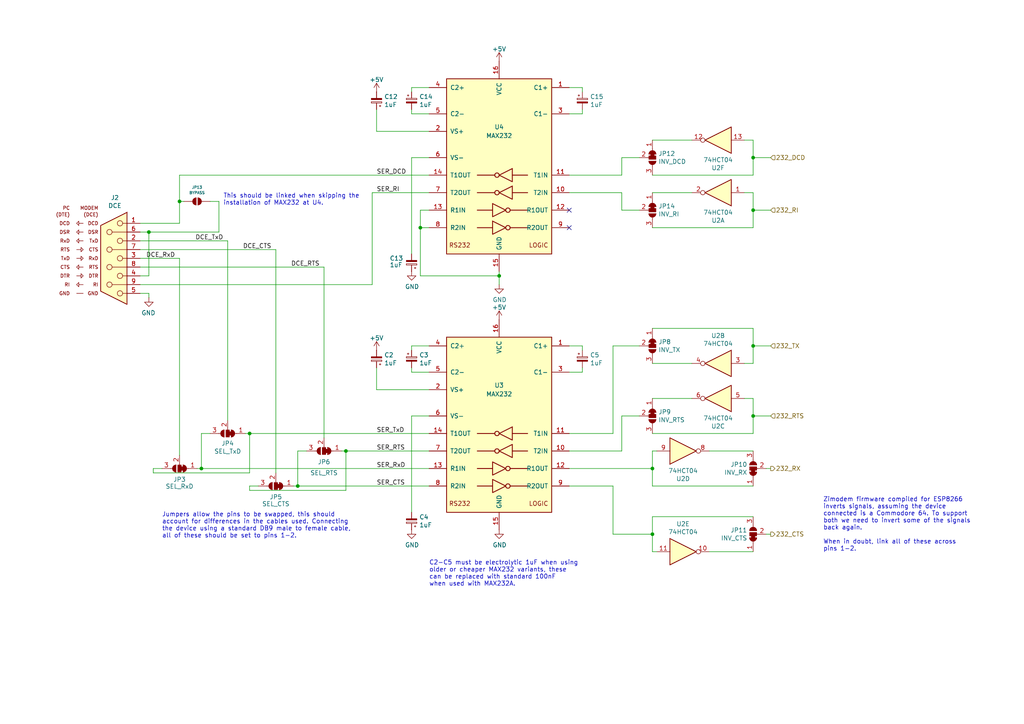
<source format=kicad_sch>
(kicad_sch (version 20231120) (generator "eeschema") (generator_version "8.0")
  (paper "A4")
  (title_block (title "BulkyModem Module (RS-232)") (rev "A"))
  (lib_symbols
    (symbol "74xx:74HCT04"
      (property "Reference" "U" (at 0 1.27 0))
      (property "Value" "74HCT04" (at 0 -1.27 0))
      (symbol "74HCT04_1_0"
        (polyline (pts (xy -3.81 3.81) (xy -3.81 -3.81) (xy 3.81 0) (xy -3.81 3.81)) (stroke (width 0.254)) (fill (type background)))
        (pin input line (at -7.62 0 0) (length 3.81) (name "~") (number "1"))
        (pin output inverted (at 7.62 0 180) (length 3.81) (name "~") (number "2"))
      )
      (symbol "74HCT04_2_0"
        (polyline (pts (xy -3.81 3.81) (xy -3.81 -3.81) (xy 3.81 0) (xy -3.81 3.81)) (stroke (width 0.254)) (fill (type background)))
        (pin input line (at -7.62 0 0) (length 3.81) (name "~") (number "3"))
        (pin output inverted (at 7.62 0 180) (length 3.81) (name "~") (number "4"))
      )
      (symbol "74HCT04_3_0"
        (polyline (pts (xy -3.81 3.81) (xy -3.81 -3.81) (xy 3.81 0) (xy -3.81 3.81)) (stroke (width 0.254)) (fill (type background)))
        (pin input line (at -7.62 0 0) (length 3.81) (name "~") (number "5"))
        (pin output inverted (at 7.62 0 180) (length 3.81) (name "~") (number "6"))
      )
      (symbol "74HCT04_4_0"
        (polyline (pts (xy -3.81 3.81) (xy -3.81 -3.81) (xy 3.81 0) (xy -3.81 3.81)) (stroke (width 0.254)) (fill (type background)))
        (pin output inverted (at 7.62 0 180) (length 3.81) (name "~") (number "8"))
        (pin input line (at -7.62 0 0) (length 3.81) (name "~") (number "9"))
      )
      (symbol "74HCT04_5_0"
        (polyline (pts (xy -3.81 3.81) (xy -3.81 -3.81) (xy 3.81 0) (xy -3.81 3.81)) (stroke (width 0.254)) (fill (type background)))
        (pin output inverted (at 7.62 0 180) (length 3.81) (name "~") (number "10"))
        (pin input line (at -7.62 0 0) (length 3.81) (name "~") (number "11"))
      )
      (symbol "74HCT04_6_0"
        (polyline (pts (xy -3.81 3.81) (xy -3.81 -3.81) (xy 3.81 0) (xy -3.81 3.81)) (stroke (width 0.254)) (fill (type background)))
        (pin output inverted (at 7.62 0 180) (length 3.81) (name "~") (number "12"))
        (pin input line (at -7.62 0 0) (length 3.81) (name "~") (number "13"))
      )
      (symbol "74HCT04_7_0"
        (pin power_in line (at 0 12.7 270) (length 5.08) (name "VCC") (number "14"))
        (pin power_in line (at 0 -12.7 90) (length 5.08) (name "GND") (number "7"))
      )
      (symbol "74HCT04_7_1"
        (rectangle (start -5.08 7.62) (end 5.08 -7.62) (stroke (width 0.254)) (fill (type background)))
      )
    )
    (symbol "BulkyModem:Swap_Input" (pin_names (offset 0) hide)
      (property "Reference" "JP" (at -2.54 -2.54 0))
      (property "Value" "Swap_Input" (at 0 2.794 0))
      (symbol "Swap_Input_0_1"
        (rectangle (start -1.016 0.508) (end -0.508 -0.508) (fill (type outline)))
        (arc (start -1.016 1.016) (mid -2.032 0) (end -1.016 -1.016))
        (arc (start -1.016 1.016) (mid -2.032 0) (end -1.016 -1.016) (fill (type outline)))
        (rectangle (start -0.508 1.016) (end 0.508 -1.016) (fill (type outline)))
        (polyline (pts (xy -2.54 0) (xy -2.032 0)))
        (polyline (pts (xy -1.016 1.016) (xy -1.016 -1.016)))
        (polyline (pts (xy 0 -1.27) (xy 0 -1.016)))
        (polyline (pts (xy 1.016 1.016) (xy 1.016 -1.016)))
        (polyline (pts (xy 2.54 0) (xy 2.032 0)))
        (arc (start 1.016 -1.016) (mid 2.032 0) (end 1.016 1.016))
        (arc (start 1.016 -1.016) (mid 2.032 0) (end 1.016 1.016) (fill (type outline)))
      )
      (symbol "Swap_Input_1_1"
        (pin output line (at -5.08 0 0) (length 2.54) (name "A") (number "1"))
        (pin input line (at 0 -3.81 90) (length 2.54) (name "C") (number "2"))
        (pin passive line (at 5.08 0 180) (length 2.54) (name "B") (number "3"))
      )
    )
    (symbol "BulkyModem:Swap_Output" (pin_names (offset 0) hide)
      (property "Reference" "JP" (at -2.54 -2.54 0))
      (property "Value" "Swap_Output" (at 0 2.794 0))
      (symbol "Swap_Output_0_1"
        (rectangle (start -1.016 0.508) (end -0.508 -0.508) (fill (type outline)))
        (arc (start -1.016 1.016) (mid -2.032 0) (end -1.016 -1.016))
        (arc (start -1.016 1.016) (mid -2.032 0) (end -1.016 -1.016) (fill (type outline)))
        (rectangle (start -0.508 1.016) (end 0.508 -1.016) (fill (type outline)))
        (polyline (pts (xy -2.54 0) (xy -2.032 0)))
        (polyline (pts (xy -1.016 1.016) (xy -1.016 -1.016)))
        (polyline (pts (xy 0 -1.27) (xy 0 -1.016)))
        (polyline (pts (xy 1.016 1.016) (xy 1.016 -1.016)))
        (polyline (pts (xy 2.54 0) (xy 2.032 0)))
        (arc (start 1.016 -1.016) (mid 2.032 0) (end 1.016 1.016))
        (arc (start 1.016 -1.016) (mid 2.032 0) (end 1.016 1.016) (fill (type outline)))
      )
      (symbol "Swap_Output_1_1"
        (pin input line (at -5.08 0 0) (length 2.54) (name "A") (number "1"))
        (pin output line (at 0 -3.81 90) (length 2.54) (name "C") (number "2"))
        (pin passive line (at 5.08 0 180) (length 2.54) (name "B") (number "3"))
      )
    )
    (symbol "Device:C_Polarized_Small" (pin_numbers hide) (pin_names (offset 0.254) hide)
      (property "Reference" "C" (at 0.254 1.778 0))
      (property "Value" "C_Polarized_Small" (at 0.254 -2.032 0))
      (symbol "C_Polarized_Small_0_1"
        (rectangle (start -1.524 -0.3048) (end 1.524 -0.6858) (fill (type outline)))
        (rectangle (start -1.524 0.6858) (end 1.524 0.3048))
        (polyline (pts (xy -1.27 1.524) (xy -0.762 1.524)))
        (polyline (pts (xy -1.016 1.27) (xy -1.016 1.778)))
      )
      (symbol "C_Polarized_Small_1_1"
        (pin passive line (at 0 2.54 270) (length 1.8542) (name "~") (number "1"))
        (pin passive line (at 0 -2.54 90) (length 1.8542) (name "~") (number "2"))
      )
    )
    (symbol "Interface_UART:MAX232" (pin_names (offset 1.016))
      (property "Reference" "U" (at -2.54 28.575 0))
      (property "Value" "MAX232" (at -2.54 26.67 0))
      (symbol "MAX232_0_0"
        (text "LOGIC" (at -11.43 -22.86 0) (effects (font (size 1.27 1.27))))
        (text "RS232" (at 11.43 -22.86 0) (effects (font (size 1.27 1.27))))
      )
      (symbol "MAX232_0_1"
        (rectangle (start -15.24 -25.4) (end 15.24 25.4) (stroke (width 0.254)) (fill (type background)))
        (circle (center -2.54 -17.78) (radius 0.635) (stroke (width 0.254)))
        (circle (center -2.54 -12.7) (radius 0.635) (stroke (width 0.254)))
        (polyline (pts (xy -3.81 -7.62) (xy -8.255 -7.62)) (stroke (width 0.254)))
        (polyline (pts (xy -3.81 -2.54) (xy -8.255 -2.54)) (stroke (width 0.254)))
        (polyline (pts (xy -3.175 -17.78) (xy -8.255 -17.78)) (stroke (width 0.254)))
        (polyline (pts (xy -3.175 -12.7) (xy -8.255 -12.7)) (stroke (width 0.254)))
        (polyline (pts (xy 1.27 -7.62) (xy 6.35 -7.62)) (stroke (width 0.254)))
        (polyline (pts (xy 1.27 -2.54) (xy 6.35 -2.54)) (stroke (width 0.254)))
        (polyline (pts (xy 1.905 -17.78) (xy 6.35 -17.78)) (stroke (width 0.254)))
        (polyline (pts (xy 1.905 -12.7) (xy 6.35 -12.7)) (stroke (width 0.254)))
        (polyline (pts (xy -3.81 -5.715) (xy -3.81 -9.525) (xy 0 -7.62) (xy -3.81 -5.715)) (stroke (width 0.254)))
        (polyline (pts (xy -3.81 -0.635) (xy -3.81 -4.445) (xy 0 -2.54) (xy -3.81 -0.635)) (stroke (width 0.254)))
        (polyline (pts (xy 1.905 -15.875) (xy 1.905 -19.685) (xy -1.905 -17.78) (xy 1.905 -15.875)) (stroke (width 0.254)))
        (polyline (pts (xy 1.905 -10.795) (xy 1.905 -14.605) (xy -1.905 -12.7) (xy 1.905 -10.795)) (stroke (width 0.254)))
        (circle (center 0.635 -7.62) (radius 0.635) (stroke (width 0.254)))
        (circle (center 0.635 -2.54) (radius 0.635) (stroke (width 0.254)))
      )
      (symbol "MAX232_1_1"
        (pin passive line (at -20.32 22.86 0) (length 5.08) (name "C1+") (number "1"))
        (pin input line (at -20.32 -7.62 0) (length 5.08) (name "T2IN") (number "10"))
        (pin input line (at -20.32 -2.54 0) (length 5.08) (name "T1IN") (number "11"))
        (pin output line (at -20.32 -12.7 0) (length 5.08) (name "R1OUT") (number "12"))
        (pin input line (at 20.32 -12.7 180) (length 5.08) (name "R1IN") (number "13"))
        (pin output line (at 20.32 -2.54 180) (length 5.08) (name "T1OUT") (number "14"))
        (pin power_in line (at 0 -30.48 90) (length 5.08) (name "GND") (number "15"))
        (pin power_in line (at 0 30.48 270) (length 5.08) (name "VCC") (number "16"))
        (pin power_out line (at 20.32 10.16 180) (length 5.08) (name "VS+") (number "2"))
        (pin passive line (at -20.32 15.24 0) (length 5.08) (name "C1-") (number "3"))
        (pin passive line (at 20.32 22.86 180) (length 5.08) (name "C2+") (number "4"))
        (pin passive line (at 20.32 15.24 180) (length 5.08) (name "C2-") (number "5"))
        (pin power_out line (at 20.32 2.54 180) (length 5.08) (name "VS-") (number "6"))
        (pin output line (at 20.32 -7.62 180) (length 5.08) (name "T2OUT") (number "7"))
        (pin input line (at 20.32 -17.78 180) (length 5.08) (name "R2IN") (number "8"))
        (pin output line (at -20.32 -17.78 0) (length 5.08) (name "R2OUT") (number "9"))
      )
    )
    (symbol "Jumper:SolderJumper_2_Open" (pin_numbers hide) (pin_names (offset 0) hide) (exclude_from_sim yes) (in_bom no)
      (property "Reference" "JP" (at 0 2.032 0))
      (property "Value" "SolderJumper_2_Open" (at 0 -2.54 0))
      (symbol "SolderJumper_2_Open_0_1"
        (arc (start -0.254 1.016) (mid -1.2656 0) (end -0.254 -1.016))
        (arc (start -0.254 1.016) (mid -1.2656 0) (end -0.254 -1.016) (fill (type outline)))
        (polyline (pts (xy -0.254 1.016) (xy -0.254 -1.016)))
        (polyline (pts (xy 0.254 1.016) (xy 0.254 -1.016)))
        (arc (start 0.254 -1.016) (mid 1.2656 0) (end 0.254 1.016))
        (arc (start 0.254 -1.016) (mid 1.2656 0) (end 0.254 1.016) (fill (type outline)))
      )
      (symbol "SolderJumper_2_Open_1_1"
        (pin passive line (at -3.81 0 0) (length 2.54) (name "A") (number "1"))
        (pin passive line (at 3.81 0 180) (length 2.54) (name "B") (number "2"))
      )
    )
    (symbol "power:+5V" (power) (pin_numbers hide) (pin_names (offset 0) hide)
      (property "Value" "+5V" (at 0 3.556 0))
      (symbol "+5V_0_1"
        (polyline (pts (xy -0.762 1.27) (xy 0 2.54)))
        (polyline (pts (xy 0 0) (xy 0 2.54)))
        (polyline (pts (xy 0 2.54) (xy 0.762 1.27)))
      )
      (symbol "+5V_1_1"
        (pin power_in line (at 0 0 90) (length 0) (name "~") (number "1"))
      )
    )
    (symbol "power:GND" (power) (pin_numbers hide) (pin_names (offset 0) hide)
      (property "Value" "GND" (at 0 -3.81 0))
      (symbol "GND_0_1"
        (polyline (pts (xy 0 0) (xy 0 -1.27) (xy 1.27 -1.27) (xy 0 -2.54) (xy -1.27 -1.27) (xy 0 -1.27)))
      )
      (symbol "GND_1_1"
        (pin power_in line (at 0 0 270) (length 0) (name "~") (number "1"))
      )
    )
    (symbol "rs232_port:RS232_DCE" (pin_names (offset 1.016) hide)
      (property "Reference" "J" (at 0 13.97 0))
      (property "Value" "RS232_DCE" (at 0 -14.605 0))
      (symbol "RS232_DCE_0_0"
        (text "DSR" (at 4.445 7.62 0) (effects (font (size 0.9906 0.9906)) (justify left)))
      )
      (symbol "RS232_DCE_0_1"
        (circle (center -1.778 -10.16) (radius 0.762))
        (circle (center -1.778 -5.08) (radius 0.762))
        (circle (center -1.778 0) (radius 0.762))
        (circle (center -1.778 5.08) (radius 0.762))
        (circle (center -1.778 10.16) (radius 0.762))
        (polyline (pts (xy -3.81 -10.16) (xy -2.54 -10.16)))
        (polyline (pts (xy -3.81 -7.62) (xy 0.508 -7.62)))
        (polyline (pts (xy -3.81 -5.08) (xy -2.54 -5.08)))
        (polyline (pts (xy -3.81 -2.54) (xy 0.508 -2.54)))
        (polyline (pts (xy -3.81 0) (xy -2.54 0)))
        (polyline (pts (xy -3.81 2.54) (xy 0.508 2.54)))
        (polyline (pts (xy -3.81 5.08) (xy -2.54 5.08)))
        (polyline (pts (xy -3.81 7.62) (xy 0.508 7.62)))
        (polyline (pts (xy -3.81 10.16) (xy -2.54 10.16)))
        (polyline (pts (xy -3.81 13.335) (xy -3.81 -13.335) (xy 3.81 -9.525) (xy 3.81 9.525) (xy -3.81 13.335)) (stroke (width 0.254)) (fill (type background)))
        (circle (center 1.27 -7.62) (radius 0.762))
        (circle (center 1.27 -2.54) (radius 0.762))
        (circle (center 1.27 2.54) (radius 0.762))
        (circle (center 1.27 7.62) (radius 0.762))
      )
      (symbol "RS232_DCE_1_1"
        (polyline (pts (xy 8.89 -10.16) (xy 10.795 -10.16)))
        (polyline (pts (xy 9.525 -5.08) (xy 10.795 -5.08)))
        (polyline (pts (xy 9.525 0) (xy 10.795 0)))
        (polyline (pts (xy 9.525 2.54) (xy 10.795 2.54)))
        (polyline (pts (xy 10.16 -7.62) (xy 8.89 -7.62)))
        (polyline (pts (xy 10.16 -2.54) (xy 8.89 -2.54)))
        (polyline (pts (xy 10.16 5.08) (xy 8.89 5.08)))
        (polyline (pts (xy 10.16 7.62) (xy 8.89 7.62)))
        (polyline (pts (xy 10.16 10.16) (xy 8.89 10.16)))
        (polyline (pts (xy 8.89 -5.08) (xy 9.525 -5.715) (xy 9.525 -4.445) (xy 8.89 -5.08)))
        (polyline (pts (xy 8.89 0) (xy 9.525 -0.635) (xy 9.525 0.635) (xy 8.89 0)))
        (polyline (pts (xy 8.89 2.54) (xy 9.525 1.905) (xy 9.525 3.175) (xy 8.89 2.54)))
        (polyline (pts (xy 10.795 -7.62) (xy 10.16 -6.985) (xy 10.16 -8.255) (xy 10.795 -7.62)))
        (polyline (pts (xy 10.795 -2.54) (xy 10.16 -1.905) (xy 10.16 -3.175) (xy 10.795 -2.54)))
        (polyline (pts (xy 10.795 5.08) (xy 10.16 5.715) (xy 10.16 4.445) (xy 10.795 5.08)))
        (polyline (pts (xy 10.795 7.62) (xy 10.16 8.255) (xy 10.16 6.985) (xy 10.795 7.62)))
        (polyline (pts (xy 10.795 10.16) (xy 10.16 10.795) (xy 10.16 9.525) (xy 10.795 10.16)))
        (text "(DCE)" (at 4.445 12.7 0) (effects (font (size 0.9906 0.9906)) (justify left)))
        (text "(DTE)" (at 12.7 12.7 0) (effects (font (size 0.9906 0.9906)) (justify left)))
        (text "CTS" (at 4.445 2.54 0) (effects (font (size 0.9906 0.9906)) (justify left)))
        (text "CTS" (at 12.7 -2.54 0) (effects (font (size 0.9906 0.9906)) (justify left)))
        (text "DCD" (at 4.445 10.16 0) (effects (font (size 0.9906 0.9906)) (justify left)))
        (text "DCD" (at 12.7 10.16 0) (effects (font (size 0.9906 0.9906)) (justify left)))
        (text "DSR" (at 12.7 7.62 0) (effects (font (size 0.9906 0.9906)) (justify left)))
        (text "DTR" (at 4.445 -5.08 0) (effects (font (size 0.9906 0.9906)) (justify left)))
        (text "DTR" (at 12.7 -5.08 0) (effects (font (size 0.9906 0.9906)) (justify left)))
        (text "GND" (at 4.445 -10.16 0) (effects (font (size 0.9906 0.9906)) (justify left)))
        (text "GND" (at 12.7 -10.16 0) (effects (font (size 0.9906 0.9906)) (justify left)))
        (text "MODEM" (at 4.445 14.605 0) (effects (font (size 0.9906 0.9906)) (justify left)))
        (text "PC" (at 12.7 14.605 0) (effects (font (size 0.9906 0.9906)) (justify left)))
        (text "RI" (at 4.445 -7.62 0) (effects (font (size 0.9906 0.9906)) (justify left)))
        (text "RI" (at 12.7 -7.62 0) (effects (font (size 0.9906 0.9906)) (justify left)))
        (text "RTS" (at 4.445 -2.54 0) (effects (font (size 0.9906 0.9906)) (justify left)))
        (text "RTS" (at 12.7 2.54 0) (effects (font (size 0.9906 0.9906)) (justify left)))
        (text "RxD" (at 4.445 0 0) (effects (font (size 0.9906 0.9906)) (justify left)))
        (text "RxD" (at 12.7 5.08 0) (effects (font (size 0.9906 0.9906)) (justify left)))
        (text "TxD" (at 4.445 5.08 0) (effects (font (size 0.9906 0.9906)) (justify left)))
        (text "TxD" (at 12.7 0 0) (effects (font (size 0.9906 0.9906)) (justify left)))
        (pin input line (at -7.62 10.16 0) (length 3.81) (name "1") (number "1"))
        (pin input line (at -7.62 5.08 0) (length 3.81) (name "2") (number "2"))
        (pin output line (at -7.62 0 0) (length 3.81) (name "3") (number "3"))
        (pin output line (at -7.62 -5.08 0) (length 3.81) (name "4") (number "4"))
        (pin passive line (at -7.62 -10.16 0) (length 3.81) (name "5") (number "5"))
        (pin input line (at -7.62 7.62 0) (length 3.81) (name "6") (number "6"))
        (pin output line (at -7.62 2.54 0) (length 3.81) (name "7") (number "7"))
        (pin input line (at -7.62 -2.54 0) (length 3.81) (name "8") (number "8"))
        (pin input line (at -7.62 -7.62 0) (length 3.81) (name "9") (number "9"))
      )
    )
    (symbol "solder_select:SolderJumper_3_Bridged12" (pin_names (offset 0) hide)
      (property "Reference" "JP" (at -2.54 -2.54 0))
      (property "Value" "SolderJumper_3_Bridged12" (at 0 2.794 0))
      (symbol "SolderJumper_3_Bridged12_0_1"
        (rectangle (start -1.016 0.508) (end -0.508 -0.508) (fill (type outline)))
        (arc (start -1.016 1.016) (mid -2.032 0) (end -1.016 -1.016))
        (arc (start -1.016 1.016) (mid -2.032 0) (end -1.016 -1.016) (fill (type outline)))
        (rectangle (start -0.508 1.016) (end 0.508 -1.016) (fill (type outline)))
        (polyline (pts (xy -2.54 0) (xy -2.032 0)))
        (polyline (pts (xy -1.016 1.016) (xy -1.016 -1.016)))
        (polyline (pts (xy 0 -1.27) (xy 0 -1.016)))
        (polyline (pts (xy 1.016 1.016) (xy 1.016 -1.016)))
        (polyline (pts (xy 2.54 0) (xy 2.032 0)))
        (arc (start 1.016 -1.016) (mid 2.032 0) (end 1.016 1.016))
        (arc (start 1.016 -1.016) (mid 2.032 0) (end 1.016 1.016) (fill (type outline)))
      )
      (symbol "SolderJumper_3_Bridged12_1_1"
        (pin input line (at -5.08 0 0) (length 2.54) (name "A") (number "1"))
        (pin output line (at 0 -3.81 90) (length 2.54) (name "C") (number "2"))
        (pin input line (at 5.08 0 180) (length 2.54) (name "B") (number "3"))
      )
    )
  )
  (junction (at 144.78 80.01))
  (junction (at 43.18 67.31))
  (junction (at 189.23 135.89))
  (junction (at 72.39 125.73))
  (junction (at 121.92 66.04))
  (junction (at 86.36 140.97))
  (junction (at 100.33 130.81))
  (junction (at 52.07 58.42))
  (junction (at 218.44 120.65))
  (junction (at 218.44 60.96))
  (junction (at 218.44 100.33))
  (junction (at 189.23 154.94))
  (junction (at 218.44 45.72))
  (junction (at 58.42 135.89))
  (no_connect (at 165.1 60.96))
  (no_connect (at 165.1 66.04))
  (wire (pts (xy 119.38 100.33) (xy 124.46 100.33)))
  (wire (pts (xy 40.64 77.47) (xy 93.98 77.47)))
  (wire (pts (xy 189.23 95.25) (xy 218.44 95.25)))
  (wire (pts (xy 165.1 125.73) (xy 177.8 125.73)))
  (wire (pts (xy 109.22 113.03) (xy 124.46 113.03)))
  (wire (pts (xy 63.5 67.31) (xy 63.5 58.42)))
  (wire (pts (xy 52.07 74.93) (xy 52.07 132.08)))
  (wire (pts (xy 168.91 106.68) (xy 168.91 107.95)))
  (wire (pts (xy 40.64 82.55) (xy 107.95 82.55)))
  (wire (pts (xy 180.34 45.72) (xy 185.42 45.72)))
  (wire (pts (xy 218.44 149.86) (xy 189.23 149.86)))
  (wire (pts (xy 218.44 45.72) (xy 223.52 45.72)))
  (wire (pts (xy 189.23 40.64) (xy 200.66 40.64)))
  (wire (pts (xy 107.95 55.88) (xy 124.46 55.88)))
  (wire (pts (xy 43.18 85.09) (xy 43.18 86.36)))
  (wire (pts (xy 190.5 130.81) (xy 189.23 130.81)))
  (wire (pts (xy 58.42 135.89) (xy 124.46 135.89)))
  (wire (pts (xy 189.23 105.41) (xy 200.66 105.41)))
  (wire (pts (xy 189.23 55.88) (xy 200.66 55.88)))
  (wire (pts (xy 144.78 80.01) (xy 121.92 80.01)))
  (wire (pts (xy 189.23 160.02) (xy 189.23 154.94)))
  (wire (pts (xy 119.38 120.65) (xy 124.46 120.65)))
  (wire (pts (xy 119.38 33.02) (xy 124.46 33.02)))
  (wire (pts (xy 218.44 120.65) (xy 218.44 125.73)))
  (wire (pts (xy 185.42 60.96) (xy 180.34 60.96)))
  (wire (pts (xy 86.36 140.97) (xy 124.46 140.97)))
  (wire (pts (xy 189.23 140.97) (xy 218.44 140.97)))
  (wire (pts (xy 40.64 80.01) (xy 43.18 80.01)))
  (wire (pts (xy 218.44 60.96) (xy 218.44 55.88)))
  (wire (pts (xy 109.22 106.68) (xy 109.22 113.03)))
  (wire (pts (xy 57.15 135.89) (xy 58.42 135.89)))
  (wire (pts (xy 144.78 82.55) (xy 144.78 80.01)))
  (wire (pts (xy 119.38 25.4) (xy 119.38 26.67)))
  (wire (pts (xy 189.23 160.02) (xy 190.5 160.02)))
  (wire (pts (xy 72.39 140.97) (xy 72.39 142.24)))
  (wire (pts (xy 71.12 125.73) (xy 72.39 125.73)))
  (wire (pts (xy 119.38 31.75) (xy 119.38 33.02)))
  (wire (pts (xy 180.34 55.88) (xy 180.34 60.96)))
  (wire (pts (xy 72.39 125.73) (xy 124.46 125.73)))
  (wire (pts (xy 177.8 100.33) (xy 177.8 125.73)))
  (wire (pts (xy 218.44 55.88) (xy 215.9 55.88)))
  (wire (pts (xy 121.92 66.04) (xy 121.92 60.96)))
  (wire (pts (xy 72.39 142.24) (xy 100.33 142.24)))
  (wire (pts (xy 44.45 137.16) (xy 44.45 135.89)))
  (wire (pts (xy 40.64 74.93) (xy 52.07 74.93)))
  (wire (pts (xy 52.07 64.77) (xy 52.07 58.42)))
  (wire (pts (xy 218.44 45.72) (xy 218.44 40.64)))
  (wire (pts (xy 99.06 130.81) (xy 100.33 130.81)))
  (wire (pts (xy 43.18 67.31) (xy 63.5 67.31)))
  (wire (pts (xy 218.44 160.02) (xy 205.74 160.02)))
  (wire (pts (xy 52.07 58.42) (xy 52.07 50.8)))
  (wire (pts (xy 43.18 67.31) (xy 40.64 67.31)))
  (wire (pts (xy 180.34 50.8) (xy 180.34 45.72)))
  (wire (pts (xy 218.44 50.8) (xy 218.44 45.72)))
  (wire (pts (xy 43.18 80.01) (xy 43.18 67.31)))
  (wire (pts (xy 218.44 115.57) (xy 218.44 120.65)))
  (wire (pts (xy 189.23 140.97) (xy 189.23 135.89)))
  (wire (pts (xy 180.34 120.65) (xy 185.42 120.65)))
  (wire (pts (xy 52.07 50.8) (xy 124.46 50.8)))
  (wire (pts (xy 189.23 115.57) (xy 200.66 115.57)))
  (wire (pts (xy 119.38 25.4) (xy 124.46 25.4)))
  (wire (pts (xy 86.36 130.81) (xy 86.36 140.97)))
  (wire (pts (xy 72.39 125.73) (xy 72.39 137.16)))
  (wire (pts (xy 58.42 125.73) (xy 60.96 125.73)))
  (wire (pts (xy 40.64 72.39) (xy 80.01 72.39)))
  (wire (pts (xy 218.44 66.04) (xy 218.44 60.96)))
  (wire (pts (xy 119.38 106.68) (xy 119.38 107.95)))
  (wire (pts (xy 168.91 25.4) (xy 165.1 25.4)))
  (wire (pts (xy 218.44 60.96) (xy 223.52 60.96)))
  (wire (pts (xy 218.44 100.33) (xy 223.52 100.33)))
  (wire (pts (xy 177.8 154.94) (xy 189.23 154.94)))
  (wire (pts (xy 218.44 95.25) (xy 218.44 100.33)))
  (wire (pts (xy 72.39 140.97) (xy 74.93 140.97)))
  (wire (pts (xy 165.1 55.88) (xy 180.34 55.88)))
  (wire (pts (xy 189.23 50.8) (xy 218.44 50.8)))
  (wire (pts (xy 85.09 140.97) (xy 86.36 140.97)))
  (wire (pts (xy 58.42 125.73) (xy 58.42 135.89)))
  (wire (pts (xy 144.78 78.74) (xy 144.78 80.01)))
  (wire (pts (xy 180.34 120.65) (xy 180.34 130.81)))
  (wire (pts (xy 168.91 25.4) (xy 168.91 26.67)))
  (wire (pts (xy 218.44 120.65) (xy 223.52 120.65)))
  (wire (pts (xy 44.45 137.16) (xy 72.39 137.16)))
  (wire (pts (xy 177.8 140.97) (xy 177.8 154.94)))
  (wire (pts (xy 223.52 154.94) (xy 222.25 154.94)))
  (wire (pts (xy 121.92 66.04) (xy 124.46 66.04)))
  (wire (pts (xy 40.64 64.77) (xy 52.07 64.77)))
  (wire (pts (xy 189.23 135.89) (xy 189.23 130.81)))
  (wire (pts (xy 168.91 100.33) (xy 168.91 101.6)))
  (wire (pts (xy 119.38 120.65) (xy 119.38 148.59)))
  (wire (pts (xy 53.34 58.42) (xy 52.07 58.42)))
  (wire (pts (xy 168.91 100.33) (xy 165.1 100.33)))
  (wire (pts (xy 218.44 100.33) (xy 218.44 105.41)))
  (wire (pts (xy 189.23 66.04) (xy 218.44 66.04)))
  (wire (pts (xy 63.5 58.42) (xy 60.96 58.42)))
  (wire (pts (xy 119.38 45.72) (xy 124.46 45.72)))
  (wire (pts (xy 44.45 135.89) (xy 46.99 135.89)))
  (wire (pts (xy 100.33 142.24) (xy 100.33 130.81)))
  (wire (pts (xy 88.9 130.81) (xy 86.36 130.81)))
  (wire (pts (xy 168.91 33.02) (xy 165.1 33.02)))
  (wire (pts (xy 119.38 100.33) (xy 119.38 101.6)))
  (wire (pts (xy 40.64 85.09) (xy 43.18 85.09)))
  (wire (pts (xy 40.64 69.85) (xy 66.04 69.85)))
  (wire (pts (xy 109.22 38.1) (xy 124.46 38.1)))
  (wire (pts (xy 165.1 50.8) (xy 180.34 50.8)))
  (wire (pts (xy 165.1 130.81) (xy 180.34 130.81)))
  (wire (pts (xy 100.33 130.81) (xy 124.46 130.81)))
  (wire (pts (xy 107.95 82.55) (xy 107.95 55.88)))
  (wire (pts (xy 165.1 140.97) (xy 177.8 140.97)))
  (wire (pts (xy 189.23 125.73) (xy 218.44 125.73)))
  (wire (pts (xy 168.91 31.75) (xy 168.91 33.02)))
  (wire (pts (xy 121.92 80.01) (xy 121.92 66.04)))
  (wire (pts (xy 80.01 72.39) (xy 80.01 137.16)))
  (wire (pts (xy 66.04 121.92) (xy 66.04 69.85)))
  (wire (pts (xy 165.1 135.89) (xy 189.23 135.89)))
  (wire (pts (xy 168.91 107.95) (xy 165.1 107.95)))
  (wire (pts (xy 218.44 130.81) (xy 205.74 130.81)))
  (wire (pts (xy 185.42 100.33) (xy 177.8 100.33)))
  (wire (pts (xy 119.38 107.95) (xy 124.46 107.95)))
  (wire (pts (xy 109.22 31.75) (xy 109.22 38.1)))
  (wire (pts (xy 218.44 40.64) (xy 215.9 40.64)))
  (wire (pts (xy 218.44 115.57) (xy 215.9 115.57)))
  (wire (pts (xy 215.9 105.41) (xy 218.44 105.41)))
  (wire (pts (xy 93.98 77.47) (xy 93.98 127)))
  (wire (pts (xy 189.23 154.94) (xy 189.23 149.86)))
  (wire (pts (xy 223.52 135.89) (xy 222.25 135.89)))
  (wire (pts (xy 119.38 45.72) (xy 119.38 73.66)))
  (wire (pts (xy 121.92 60.96) (xy 124.46 60.96)))
  (text "C2-C5 must be electrolytic 1uF when using\nolder or cheaper MAX232 variants, these\ncan be replaced with standard 100nF\nwhen used with MAX232A." (at 124.46 170.18 0) (effects (font (size 1.27 1.27)) (justify left bottom)))
  (text "Jumpers allow the pins to be swapped, this should\naccount for differences in the cables used. Connecting\nthe device using a standard DB9 male to female cable,\nall of these should be set to pins 1-2." (at 46.99 156.21 0) (effects (font (size 1.27 1.27)) (justify left bottom)))
  (text "Zimodem firmware compiled for ESP8266\ninverts signals, assuming the device\nconnected is a Commodore 64. To support\nboth we need to invert some of the signals\nback again.\n\nWhen in doubt, link all of these across\npins 1-2." (at 238.76 160.02 0) (effects (font (size 1.27 1.27)) (justify left bottom)))
  (text "This should be linked when skipping the\ninstallation of MAX232 at U4." (at 64.77 59.69 0) (effects (font (size 1.27 1.27)) (justify left bottom)))
  (label "SER_RxD" (at 109.22 135.89 0))
  (label "DCE_CTS" (at 78.74 72.39 180))
  (label "DCE_TxD" (at 64.77 69.85 180))
  (label "SER_DCD" (at 109.22 50.8 0))
  (label "SER_CTS" (at 109.22 140.97 0))
  (label "SER_RTS" (at 109.22 130.81 0))
  (label "DCE_RTS" (at 92.71 77.47 180))
  (label "SER_RI" (at 109.22 55.88 0))
  (label "SER_TxD" (at 109.22 125.73 0))
  (label "DCE_RxD" (at 50.8 74.93 180))
  (hierarchical_label "232_RTS" (shape input) (at 223.52 120.65 0))
  (hierarchical_label "232_DCD" (shape input) (at 223.52 45.72 0))
  (hierarchical_label "232_CTS" (shape output) (at 223.52 154.94 0))
  (hierarchical_label "232_RI" (shape input) (at 223.52 60.96 0))
  (hierarchical_label "232_RX" (shape output) (at 223.52 135.89 0))
  (hierarchical_label "232_TX" (shape input) (at 223.52 100.33 0))
  (symbol (lib_id "74xx:74HCT04") (at 208.28 40.64 180) (unit 6)
    (property "Reference" "U2" (at 208.28 48.6918 0))
    (property "Value" "74HCT04" (at 208.28 46.3804 0))
    (property "Footprint" "Package_DIP:DIP-14_W7.62mm_Socket_LongPads" (effects (hide yes)))
    (property "Datasheet" "https://assets.nexperia.com/documents/data-sheet/74HC_HCT04.pdf" (effects (hide yes)))
    (property "Description" "Hex Inverter" (effects (hide yes)))
  )
  (symbol (lib_id "BulkyModem:Swap_Output") (at 189.23 45.72 270) (unit 1)
    (property "Reference" "JP12" (at 190.9572 44.5516 90) (effects (justify left)))
    (property "Value" "INV_DCD" (at 190.9572 46.863 90) (effects (justify left)))
    (property "Footprint" "solder_bridge:SolderJumper-3_P1.3mm_Open_RoundedPad1.0x1.5mm" (effects (hide yes)))
    (property "Description" "3-pole Solder Jumper, pins 1+2 closed/bridged" (effects (hide yes)))
  )
  (symbol (lib_id "Interface_UART:MAX232") (at 144.78 48.26 0) (mirror y) (unit 1)
    (property "Reference" "U4" (at 144.78 36.83 0))
    (property "Value" "MAX232" (at 144.78 39.37 0))
    (property "Footprint" "Package_DIP:DIP-16_W7.62mm_Socket_LongPads" (effects (hide yes)))
    (property "Datasheet" "http://www.ti.com/lit/ds/symlink/max232.pdf" (effects (hide yes)))
    (property "Description" "Dual RS232 driver/receiver, 5V supply, 120kb/s, 0C-70C" (effects (hide yes)))
  )
  (symbol (lib_id "power:GND") (at 144.78 82.55 0) (unit 1)
    (property "Reference" "#PWR09" (effects (hide yes)))
    (property "Value" "GND" (at 144.907 86.9442 0))
    (property "Description" "Power symbol creates a global label with name \"GND\" , ground" (effects (hide yes)))
  )
  (symbol (lib_id "power:+5V") (at 144.78 17.78 0) (unit 1)
    (property "Reference" "#PWR08" (effects (hide yes)))
    (property "Value" "+5V" (at 144.78 14.224 0))
    (property "Description" "Power symbol creates a global label with name \"+5V\"" (effects (hide yes)))
  )
  (symbol (lib_id "power:+5V") (at 109.22 26.67 0) (unit 1)
    (property "Reference" "#PWR06" (effects (hide yes)))
    (property "Value" "+5V" (at 109.22 23.114 0))
    (property "Description" "Power symbol creates a global label with name \"+5V\"" (effects (hide yes)))
  )
  (symbol (lib_id "power:GND") (at 119.38 78.74 0) (unit 1)
    (property "Reference" "#PWR07" (effects (hide yes)))
    (property "Value" "GND" (at 119.507 83.1342 0))
    (property "Description" "Power symbol creates a global label with name \"GND\" , ground" (effects (hide yes)))
  )
  (symbol (lib_id "Device:C_Polarized_Small") (at 168.91 29.21 0) (unit 1)
    (property "Reference" "C15" (at 171.1452 28.0416 0) (effects (justify left)))
    (property "Value" "1uF" (at 171.1452 30.353 0) (effects (justify left)))
    (property "Footprint" "BulkyModem:CP_Radial_D4.0mm_P2.00mm_Custom" (effects (hide yes)))
    (property "Description" "Polarized capacitor, small symbol" (effects (hide yes)))
  )
  (symbol (lib_id "Device:C_Polarized_Small") (at 119.38 29.21 0) (unit 1)
    (property "Reference" "C14" (at 121.6152 28.0416 0) (effects (justify left)))
    (property "Value" "1uF" (at 121.6152 30.353 0) (effects (justify left)))
    (property "Footprint" "BulkyModem:CP_Radial_D4.0mm_P2.00mm_Custom" (effects (hide yes)))
    (property "Description" "Polarized capacitor, small symbol" (effects (hide yes)))
  )
  (symbol (lib_id "Device:C_Polarized_Small") (at 109.22 29.21 180) (unit 1)
    (property "Reference" "C12" (at 111.4552 28.0416 0) (effects (justify right)))
    (property "Value" "1uF" (at 111.4552 30.353 0) (effects (justify right)))
    (property "Footprint" "BulkyModem:CP_Radial_D4.0mm_P2.00mm_Custom" (effects (hide yes)))
    (property "Description" "Polarized capacitor, small symbol" (effects (hide yes)))
  )
  (symbol (lib_id "Device:C_Polarized_Small") (at 119.38 76.2 180) (unit 1)
    (property "Reference" "C13" (at 113.03 74.93 0) (effects (justify right)))
    (property "Value" "1uF" (at 113.03 76.835 0) (effects (justify right)))
    (property "Footprint" "BulkyModem:CP_Radial_D4.0mm_P2.00mm_Custom" (effects (hide yes)))
    (property "Description" "Polarized capacitor, small symbol" (effects (hide yes)))
  )
  (symbol (lib_id "Jumper:SolderJumper_2_Open") (at 57.15 58.42 0) (unit 1)
    (property "Reference" "JP13" (at 57.15 54.3306 0) (effects (font (size 0.7874 0.7874))))
    (property "Value" "BYPASS" (at 57.15 55.9054 0) (effects (font (size 0.7874 0.7874))))
    (property "Footprint" "solder_bridge:SolderJumper-2_P1.3mm_Open_Pad1.0x1.5mm" (effects (hide yes)))
    (property "Description" "Solder Jumper, 2-pole, open" (effects (hide yes)))
  )
  (symbol (lib_id "74xx:74HCT04") (at 208.28 55.88 180) (unit 1)
    (property "Reference" "U2" (at 208.28 63.9318 0))
    (property "Value" "74HCT04" (at 208.28 61.6204 0))
    (property "Footprint" "Package_DIP:DIP-14_W7.62mm_Socket_LongPads" (effects (hide yes)))
    (property "Datasheet" "https://assets.nexperia.com/documents/data-sheet/74HC_HCT04.pdf" (effects (hide yes)))
    (property "Description" "Hex Inverter" (effects (hide yes)))
  )
  (symbol (lib_id "BulkyModem:Swap_Output") (at 189.23 60.96 270) (unit 1)
    (property "Reference" "JP14" (at 190.9572 59.7916 90) (effects (justify left)))
    (property "Value" "INV_RI" (at 190.9572 62.103 90) (effects (justify left)))
    (property "Footprint" "solder_bridge:SolderJumper-3_P1.3mm_Open_RoundedPad1.0x1.5mm" (effects (hide yes)))
    (property "Description" "3-pole Solder Jumper, pins 1+2 closed/bridged" (effects (hide yes)))
  )
  (symbol (lib_id "74xx:74HCT04") (at 208.28 105.41 0) (mirror y) (unit 2)
    (property "Reference" "U2" (at 208.28 97.3582 0))
    (property "Value" "74HCT04" (at 208.28 99.6696 0))
    (property "Footprint" "Package_DIP:DIP-14_W7.62mm_Socket_LongPads" (effects (hide yes)))
    (property "Datasheet" "https://assets.nexperia.com/documents/data-sheet/74HC_HCT04.pdf" (effects (hide yes)))
    (property "Description" "Hex Inverter" (effects (hide yes)))
  )
  (symbol (lib_id "74xx:74HCT04") (at 198.12 130.81 0) (mirror x) (unit 4)
    (property "Reference" "U2" (at 198.12 138.8618 0))
    (property "Value" "74HCT04" (at 198.12 136.5504 0))
    (property "Footprint" "Package_DIP:DIP-14_W7.62mm_Socket_LongPads" (effects (hide yes)))
    (property "Datasheet" "https://assets.nexperia.com/documents/data-sheet/74HC_HCT04.pdf" (effects (hide yes)))
    (property "Description" "Hex Inverter" (effects (hide yes)))
  )
  (symbol (lib_id "74xx:74HCT04") (at 198.12 160.02 0) (unit 5)
    (property "Reference" "U2" (at 198.12 151.9682 0))
    (property "Value" "74HCT04" (at 198.12 154.2796 0))
    (property "Footprint" "Package_DIP:DIP-14_W7.62mm_Socket_LongPads" (effects (hide yes)))
    (property "Datasheet" "https://assets.nexperia.com/documents/data-sheet/74HC_HCT04.pdf" (effects (hide yes)))
    (property "Description" "Hex Inverter" (effects (hide yes)))
  )
  (symbol (lib_id "Interface_UART:MAX232") (at 144.78 123.19 0) (mirror y) (unit 1)
    (property "Reference" "U3" (at 144.78 111.76 0))
    (property "Value" "MAX232" (at 144.78 114.3 0))
    (property "Footprint" "Package_DIP:DIP-16_W7.62mm_Socket_LongPads" (effects (hide yes)))
    (property "Datasheet" "http://www.ti.com/lit/ds/symlink/max232.pdf" (effects (hide yes)))
    (property "Description" "Dual RS232 driver/receiver, 5V supply, 120kb/s, 0C-70C" (effects (hide yes)))
  )
  (symbol (lib_id "power:GND") (at 144.78 153.67 0) (unit 1)
    (property "Reference" "#PWR0111" (effects (hide yes)))
    (property "Value" "GND" (at 144.907 158.0642 0))
    (property "Description" "Power symbol creates a global label with name \"GND\" , ground" (effects (hide yes)))
  )
  (symbol (lib_id "power:+5V") (at 144.78 92.71 0) (unit 1)
    (property "Reference" "#PWR0112" (effects (hide yes)))
    (property "Value" "+5V" (at 144.78 89.154 0))
    (property "Description" "Power symbol creates a global label with name \"+5V\"" (effects (hide yes)))
  )
  (symbol (lib_id "power:+5V") (at 109.22 101.6 0) (unit 1)
    (property "Reference" "#PWR0113" (effects (hide yes)))
    (property "Value" "+5V" (at 109.22 98.044 0))
    (property "Description" "Power symbol creates a global label with name \"+5V\"" (effects (hide yes)))
  )
  (symbol (lib_id "power:GND") (at 119.38 153.67 0) (unit 1)
    (property "Reference" "#PWR0114" (effects (hide yes)))
    (property "Value" "GND" (at 119.507 158.0642 0))
    (property "Description" "Power symbol creates a global label with name \"GND\" , ground" (effects (hide yes)))
  )
  (symbol (lib_id "74xx:74HCT04") (at 208.28 115.57 180) (unit 3)
    (property "Reference" "U2" (at 208.28 123.6218 0))
    (property "Value" "74HCT04" (at 208.28 121.3104 0))
    (property "Footprint" "Package_DIP:DIP-14_W7.62mm_Socket_LongPads" (effects (hide yes)))
    (property "Datasheet" "https://assets.nexperia.com/documents/data-sheet/74HC_HCT04.pdf" (effects (hide yes)))
    (property "Description" "Hex Inverter" (effects (hide yes)))
  )
  (symbol (lib_id "BulkyModem:Swap_Output") (at 189.23 100.33 270) (unit 1)
    (property "Reference" "JP8" (at 190.9572 99.1616 90) (effects (justify left)))
    (property "Value" "INV_TX" (at 190.9572 101.473 90) (effects (justify left)))
    (property "Footprint" "solder_bridge:SolderJumper-3_P1.3mm_Open_RoundedPad1.0x1.5mm" (effects (hide yes)))
    (property "Description" "3-pole Solder Jumper, pins 1+2 closed/bridged" (effects (hide yes)))
  )
  (symbol (lib_id "BulkyModem:Swap_Output") (at 189.23 120.65 270) (unit 1)
    (property "Reference" "JP9" (at 190.9572 119.4816 90) (effects (justify left)))
    (property "Value" "INV_RTS" (at 190.9572 121.793 90) (effects (justify left)))
    (property "Footprint" "solder_bridge:SolderJumper-3_P1.3mm_Open_RoundedPad1.0x1.5mm" (effects (hide yes)))
    (property "Description" "3-pole Solder Jumper, pins 1+2 closed/bridged" (effects (hide yes)))
  )
  (symbol (lib_id "BulkyModem:Swap_Input") (at 80.01 140.97 180) (unit 1)
    (property "Reference" "JP5" (at 80.01 144.145 0))
    (property "Value" "SEL_CTS" (at 80.01 146.1516 0))
    (property "Footprint" "solder_bridge:SolderJumper-3_P1.3mm_Open_RoundedPad1.0x1.5mm" (effects (hide yes)))
    (property "Description" "3-pole Solder Jumper, pins 1+2 closed/bridged" (effects (hide yes)))
  )
  (symbol (lib_id "BulkyModem:Swap_Output") (at 93.98 130.81 180) (unit 1)
    (property "Reference" "JP6" (at 93.98 133.985 0))
    (property "Value" "SEL_RTS" (at 93.98 137.16 0))
    (property "Footprint" "solder_bridge:SolderJumper-3_P1.3mm_Open_RoundedPad1.0x1.5mm" (effects (hide yes)))
    (property "Description" "3-pole Solder Jumper, pins 1+2 closed/bridged" (effects (hide yes)))
  )
  (symbol (lib_id "BulkyModem:Swap_Input") (at 52.07 135.89 180) (unit 1)
    (property "Reference" "JP3" (at 52.07 139.065 0))
    (property "Value" "SEL_RxD" (at 52.07 141.0716 0))
    (property "Footprint" "solder_bridge:SolderJumper-3_P1.3mm_Open_RoundedPad1.0x1.5mm" (effects (hide yes)))
    (property "Description" "3-pole Solder Jumper, pins 1+2 closed/bridged" (effects (hide yes)))
  )
  (symbol (lib_id "BulkyModem:Swap_Output") (at 66.04 125.73 180) (unit 1)
    (property "Reference" "JP4" (at 66.04 128.6002 0))
    (property "Value" "SEL_TxD" (at 66.04 130.9116 0))
    (property "Footprint" "solder_bridge:SolderJumper-3_P1.3mm_Open_RoundedPad1.0x1.5mm" (effects (hide yes)))
    (property "Description" "3-pole Solder Jumper, pins 1+2 closed/bridged" (effects (hide yes)))
  )
  (symbol (lib_id "solder_select:SolderJumper_3_Bridged12") (at 218.44 154.94 90) (unit 1)
    (property "Reference" "JP11" (at 216.7382 153.7716 90) (effects (justify left)))
    (property "Value" "INV_CTS" (at 216.7382 156.083 90) (effects (justify left)))
    (property "Footprint" "solder_bridge:SolderJumper-3_P1.3mm_Open_RoundedPad1.0x1.5mm" (effects (hide yes)))
    (property "Description" "3-pole Solder Jumper, pins 1+2 closed/bridged" (effects (hide yes)))
  )
  (symbol (lib_id "solder_select:SolderJumper_3_Bridged12") (at 218.44 135.89 90) (unit 1)
    (property "Reference" "JP10" (at 216.7382 134.7216 90) (effects (justify left)))
    (property "Value" "INV_RX" (at 216.7382 137.033 90) (effects (justify left)))
    (property "Footprint" "solder_bridge:SolderJumper-3_P1.3mm_Open_RoundedPad1.0x1.5mm" (effects (hide yes)))
    (property "Description" "3-pole Solder Jumper, pins 1+2 closed/bridged" (effects (hide yes)))
  )
  (symbol (lib_id "rs232_port:RS232_DCE") (at 33.02 74.93 0) (mirror y) (unit 1)
    (property "Reference" "J2" (at 33.3248 57.3532 0))
    (property "Value" "DCE" (at 33.3248 59.6646 0))
    (property "Footprint" "RND_DSUB:DSUB-9_Female_Horizontal_P2.77x2.84mm_EdgePinOffset7.70mm_Housed_MountingHolesOffset9.12mm" (effects (hide yes)))
    (property "Datasheet" " ~" (effects (hide yes)))
    (property "Description" "9-pin female D-SUB connector" (effects (hide yes)))
  )
  (symbol (lib_id "power:GND") (at 43.18 86.36 0) (mirror y) (unit 1)
    (property "Reference" "#PWR0115" (effects (hide yes)))
    (property "Value" "GND" (at 43.053 90.7542 0))
    (property "Description" "Power symbol creates a global label with name \"GND\" , ground" (effects (hide yes)))
  )
  (symbol (lib_id "Device:C_Polarized_Small") (at 168.91 104.14 0) (unit 1)
    (property "Reference" "C5" (at 171.1452 102.9716 0) (effects (justify left)))
    (property "Value" "1uF" (at 171.1452 105.283 0) (effects (justify left)))
    (property "Footprint" "BulkyModem:CP_Radial_D4.0mm_P2.00mm_Custom" (effects (hide yes)))
    (property "Description" "Polarized capacitor, small symbol" (effects (hide yes)))
  )
  (symbol (lib_id "Device:C_Polarized_Small") (at 119.38 104.14 0) (unit 1)
    (property "Reference" "C3" (at 121.6152 102.9716 0) (effects (justify left)))
    (property "Value" "1uF" (at 121.6152 105.283 0) (effects (justify left)))
    (property "Footprint" "BulkyModem:CP_Radial_D4.0mm_P2.00mm_Custom" (effects (hide yes)))
    (property "Description" "Polarized capacitor, small symbol" (effects (hide yes)))
  )
  (symbol (lib_id "Device:C_Polarized_Small") (at 109.22 104.14 180) (unit 1)
    (property "Reference" "C2" (at 111.4552 102.9716 0) (effects (justify right)))
    (property "Value" "1uF" (at 111.4552 105.283 0) (effects (justify right)))
    (property "Footprint" "BulkyModem:CP_Radial_D4.0mm_P2.00mm_Custom" (effects (hide yes)))
    (property "Description" "Polarized capacitor, small symbol" (effects (hide yes)))
  )
  (symbol (lib_id "Device:C_Polarized_Small") (at 119.38 151.13 180) (unit 1)
    (property "Reference" "C4" (at 121.6152 149.9616 0) (effects (justify right)))
    (property "Value" "1uF" (at 121.6152 152.273 0) (effects (justify right)))
    (property "Footprint" "BulkyModem:CP_Radial_D4.0mm_P2.00mm_Custom" (effects (hide yes)))
    (property "Description" "Polarized capacitor, small symbol" (effects (hide yes)))
  )
)
</source>
